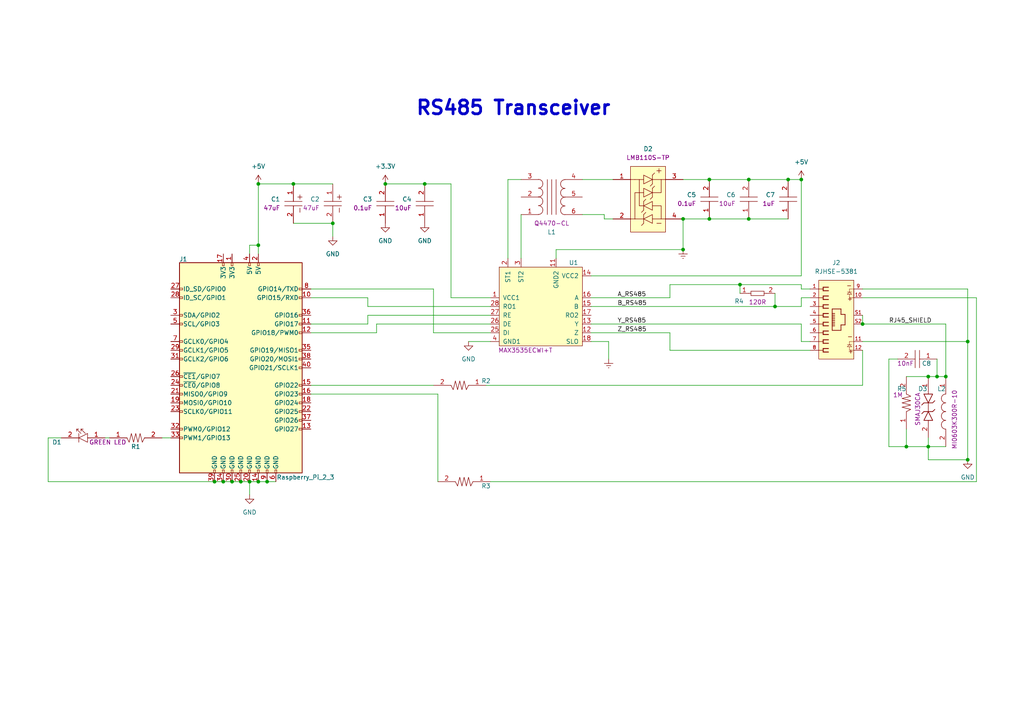
<source format=kicad_sch>
(kicad_sch (version 20231120) (generator "eeschema") (generator_version "8.0")
  (paper "A4")
  (lib_symbols
    (symbol "AVR-KiCAD-Lib-Capacitors:C0805C103KCRACAUTO" (pin_names (offset 1.016))
      (property "Reference" "C" (at -2.54 2.54 0))
      (property "_Value_" "10nF" (at 58.42 63.5 0))
      (symbol "C0805C103KCRACAUTO_1_1"
        (pin input line (at -5.08 0 0) (length 5.08) (name "~") (number "1"))
        (pin input line (at 6.35 0 180) (length 5.08) (name "~") (number "2"))
      )
    )
    (symbol "AVR-KiCAD-Lib-Capacitors:C1206C105K3RACAUTO" (pin_names (offset 1.016))
      (property "Reference" "C" (at -2.54 2.54 0))
      (property "_Value_" "1uF" (at 58.42 63.5 0))
      (symbol "C1206C105K3RACAUTO_1_1"
        (pin input line (at -5.08 0 0) (length 5.08) (name "~") (number "1"))
        (pin input line (at 6.35 0 180) (length 5.08) (name "~") (number "2"))
      )
    )
    (symbol "AVR-KiCAD-Lib-Capacitors:CGA5L3X5R1V106K160AB" (pin_names (offset 1.016))
      (property "Reference" "C" (at -2.54 2.54 0))
      (property "_Value_" "10uF" (at 58.42 63.5 0))
      (symbol "CGA5L3X5R1V106K160AB_1_1"
        (pin input line (at -5.08 0 0) (length 5.08) (name "~") (number "1"))
        (pin input line (at 6.35 0 180) (length 5.08) (name "~") (number "2"))
      )
    )
    (symbol "AVR-KiCAD-Lib-Capacitors:CL10B104JB8NNNC" (pin_names (offset 1.016))
      (property "Reference" "C" (at -2.54 2.54 0))
      (property "_Value_" "0.1uF" (at 58.42 63.5 0))
      (symbol "CL10B104JB8NNNC_1_1"
        (pin input line (at -5.08 0 0) (length 5.08) (name "~") (number "1"))
        (pin input line (at 6.35 0 180) (length 5.08) (name "~") (number "2"))
      )
    )
    (symbol "AVR-KiCAD-Lib-Capacitors:UCM1C470MCL1GS" (pin_names (offset 1.016))
      (property "Reference" "C" (at -2.54 2.54 0))
      (property "_Value_" "47uF" (at 58.42 63.5 0))
      (symbol "UCM1C470MCL1GS_1_1"
        (pin input line (at -5.08 0 0) (length 5.08) (name "~") (number "1"))
        (pin input line (at 6.35 0 180) (length 5.08) (name "~") (number "2"))
      )
    )
    (symbol "AVR-KiCAD-Lib-Connectors:RJHSE-5381" (pin_names (offset 1.016))
      (property "Reference" "J" (at -2.54 2.54 0))
      (property "Value" "RJHSE-5381" (at 1.27 5.08 0))
      (symbol "RJHSE-5381_1_1"
        (text "+" (at 0 -21.336 0) (effects (font (size 1.27 1.27)) (justify left bottom)))
        (text "+" (at 0.254 -6.096 0) (effects (font (size 1.27 1.27)) (justify left bottom)))
        (text "-" (at 0.2286 -17.0434 0) (effects (font (size 1.27 1.27)) (justify left bottom)))
        (text "-" (at 0.4826 -2.2606 0) (effects (font (size 1.27 1.27)) (justify left bottom)))
        (pin passive line (at 12.7 -2.54 180) (length 2.54) (name "~") (number "1"))
        (pin passive line (at -2.54 -5.08 0) (length 2.54) (name "~") (number "10"))
        (pin passive line (at -2.54 -17.78 0) (length 2.54) (name "~") (number "11"))
        (pin passive line (at -2.54 -20.32 0) (length 2.54) (name "~") (number "12"))
        (pin passive line (at 12.7 -5.08 180) (length 2.54) (name "~") (number "2"))
        (pin passive line (at 12.7 -7.62 180) (length 2.54) (name "~") (number "3"))
        (pin passive line (at 12.7 -10.16 180) (length 2.54) (name "~") (number "4"))
        (pin passive line (at 12.7 -12.7 180) (length 2.54) (name "~") (number "5"))
        (pin passive line (at 12.7 -15.24 180) (length 2.54) (name "~") (number "6"))
        (pin passive line (at 12.7 -17.78 180) (length 2.54) (name "~") (number "7"))
        (pin passive line (at 12.7 -20.32 180) (length 2.54) (name "~") (number "8"))
        (pin passive line (at -2.54 -2.54 0) (length 2.54) (name "~") (number "9"))
        (pin passive line (at -2.54 -10.16 0) (length 2.54) (name "~") (number "S1"))
        (pin passive line (at -2.54 -12.7 0) (length 2.54) (name "~") (number "S2"))
      )
    )
    (symbol "AVR-KiCAD-Lib-Diodes:LMB110S-TP" (pin_names (offset 1.016))
      (property "Reference" "D" (at 0 19.05 0))
      (property "_Value_" "LMB110S-TP" (at 62.23 77.47 0))
      (symbol "LMB110S-TP_1_1"
        (pin passive line (at -5.08 13.97 0) (length 5.08) (name "~") (number "1"))
        (pin passive line (at -5.08 2.54 0) (length 5.08) (name "~") (number "2"))
        (pin passive line (at 15.24 13.97 180) (length 5.08) (name "") (number "3"))
        (pin passive line (at 15.24 2.54 180) (length 5.08) (name "") (number "4"))
      )
    )
    (symbol "AVR-KiCAD-Lib-Diodes:LTST-C194KGKT" (pin_names (offset 1.016))
      (property "Reference" "D" (at -2.54 2.54 0))
      (property "_Value_" "GREEN LED" (at 58.42 63.5 0))
      (symbol "LTST-C194KGKT_1_1"
        (pin passive line (at -6.35 0 0) (length 5.08) (name "~") (number "1"))
        (pin passive line (at 6.35 0 180) (length 5.08) (name "~") (number "2"))
      )
    )
    (symbol "AVR-KiCAD-Lib-Diodes:SMAJ30CA" (pin_names (offset 1.016))
      (property "Reference" "D" (at -2.54 2.54 0))
      (property "_Value_" "SMAJ30CA" (at 58.42 63.5 0))
      (symbol "SMAJ30CA_1_1"
        (pin passive line (at -8.89 0 0) (length 5.08) (name "~") (number "1"))
        (pin passive line (at 8.89 0 180) (length 5.08) (name "~") (number "2"))
      )
    )
    (symbol "AVR-KiCAD-Lib-ICs:MAX3535ECWI+T" (pin_names (offset 1.016))
      (property "Reference" "U" (at -5.08 34.29 0))
      (property "_Value_" "MAX3535ECWI+T" (at 7.62 -1.27 0))
      (symbol "MAX3535ECWI+T_1_1"
        (pin power_in line (at -2.54 13.97 0) (length 2.54) (name "VCC1") (number "1"))
        (pin passive line (at 16.51 25.4 270) (length 2.54) (name "GND2") (number "11"))
        (pin output line (at 26.67 3.81 180) (length 2.54) (name "Z") (number "12"))
        (pin output line (at 26.67 6.35 180) (length 2.54) (name "Y") (number "13"))
        (pin power_in line (at 26.67 20.32 180) (length 2.54) (name "VCC2") (number "14"))
        (pin input line (at 26.67 11.43 180) (length 2.54) (name "B") (number "15"))
        (pin input line (at 26.67 13.97 180) (length 2.54) (name "A") (number "16"))
        (pin output line (at 26.67 8.89 180) (length 2.54) (name "RO2") (number "17"))
        (pin input line (at 26.67 1.27 180) (length 2.54) (name "SLO") (number "18"))
        (pin output line (at 2.54 25.4 270) (length 2.54) (name "ST1") (number "2"))
        (pin input line (at -2.54 3.81 0) (length 2.54) (name "DI") (number "25"))
        (pin input line (at -2.54 6.35 0) (length 2.54) (name "DE") (number "26"))
        (pin output line (at -2.54 8.89 0) (length 2.54) (name "RE") (number "27"))
        (pin output line (at -2.54 11.43 0) (length 2.54) (name "RO1") (number "28"))
        (pin output line (at 6.35 25.4 270) (length 2.54) (name "ST2") (number "3"))
        (pin passive line (at -2.54 1.27 0) (length 2.54) (name "GND1") (number "4"))
      )
    )
    (symbol "AVR-KiCAD-Lib-Inductors:MI0603K300R-10" (pin_names (offset 1.016))
      (property "Reference" "L" (at -2.54 2.54 0))
      (property "_Value_" "MI0603K300R-10" (at 58.42 63.5 0))
      (symbol "MI0603K300R-10_1_1"
        (pin input line (at -10.16 0 0) (length 5.08) (name "~") (number "1"))
        (pin input line (at 10.16 0 180) (length 5.08) (name "~") (number "2"))
      )
    )
    (symbol "AVR-KiCAD-Lib-Resistors:AC0402FR-07120RL" (pin_names (offset 1.016))
      (property "Reference" "R" (at -2.54 2.54 0))
      (property "Value" "AC0402FR-07120RL" (at 1.27 5.08 0))
      (property "_Value_" "120R" (at 58.42 63.5 0))
      (symbol "AC0402FR-07120RL_1_1"
        (pin passive line (at -5.08 0 0) (length 2.5146) (name "~") (number "1"))
        (pin passive line (at 5.08 0 180) (length 2.5146) (name "~") (number "2"))
      )
    )
    (symbol "AVR-KiCAD-Lib-Resistors:RC0603FR-07470RL" (pin_names (offset 1.016))
      (property "Reference" "R" (at -2.54 2.54 0))
      (property "Value" "RC0603FR-07470RL" (at 1.27 5.08 0))
      (symbol "RC0603FR-07470RL_1_1"
        (pin passive line (at -7.62 0 0) (length 5.08) (name "~") (number "1"))
        (pin passive line (at 7.62 0 180) (length 5.08) (name "~") (number "2"))
      )
    )
    (symbol "AVR-KiCAD-Lib-Resistors:RC1206FR-071ML" (pin_names (offset 1.016))
      (property "Reference" "R" (at -2.54 2.54 0))
      (property "Value" "RC1206FR-071ML" (at 1.27 5.08 0))
      (property "_Value_" "1M" (at 58.42 63.5 0))
      (symbol "RC1206FR-071ML_1_1"
        (pin passive line (at -7.62 0 0) (length 5.08) (name "~") (number "1"))
        (pin passive line (at 7.62 0 180) (length 5.08) (name "~") (number "2"))
      )
    )
    (symbol "AVR-KiCAD-Lib-Transformers:Q4470-CL" (pin_names (offset 1.016))
      (property "Reference" "L" (at -7.62 8.89 0))
      (property "_Value_" "Q4470-CL" (at 58.42 63.5 0))
      (symbol "Q4470-CL_1_1"
        (pin bidirectional line (at -8.89 5.08 0) (length 5.08) (name "~") (number "1"))
        (pin bidirectional line (at -8.89 0 0) (length 5.08) (name "~") (number "2"))
        (pin bidirectional line (at -8.89 -5.08 0) (length 5.08) (name "") (number "3"))
        (pin bidirectional line (at 8.89 -5.08 180) (length 5.08) (name "") (number "4"))
        (pin bidirectional line (at 8.89 0 180) (length 5.08) (name "") (number "5"))
        (pin bidirectional line (at 8.89 5.08 180) (length 5.08) (name "") (number "6"))
      )
    )
    (symbol "Connector:Raspberry_Pi_2_3" (pin_names (offset 1.016))
      (property "Reference" "J" (at -17.78 31.75 0))
      (property "Value" "Raspberry_Pi_2_3" (at 10.16 -31.75 0))
      (symbol "Raspberry_Pi_2_3_1_1"
        (pin power_in line (at 2.54 33.02 270) (length 2.54) (name "3V3") (number "1"))
        (pin bidirectional line (at -20.32 20.32 0) (length 2.54) (name "GPIO15/RXD") (number "10"))
        (pin bidirectional line (at -20.32 12.7 0) (length 2.54) (name "GPIO17") (number "11"))
        (pin bidirectional line (at -20.32 10.16 0) (length 2.54) (name "GPIO18/PWM0") (number "12"))
        (pin bidirectional line (at -20.32 -17.78 0) (length 2.54) (name "GPIO27") (number "13"))
        (pin power_in line (at -5.08 -33.02 90) (length 2.54) (name "GND") (number "14"))
        (pin bidirectional line (at -20.32 -5.08 0) (length 2.54) (name "GPIO22") (number "15"))
        (pin bidirectional line (at -20.32 -7.62 0) (length 2.54) (name "GPIO23") (number "16"))
        (pin power_in line (at 5.08 33.02 270) (length 2.54) (name "3V3") (number "17"))
        (pin bidirectional line (at -20.32 -10.16 0) (length 2.54) (name "GPIO24") (number "18"))
        (pin bidirectional line (at 20.32 -10.16 180) (length 2.54) (name "MOSI0/GPIO10") (number "19"))
        (pin power_in line (at -5.08 33.02 270) (length 2.54) (name "5V") (number "2"))
        (pin power_in line (at -2.54 -33.02 90) (length 2.54) (name "GND") (number "20"))
        (pin bidirectional line (at 20.32 -7.62 180) (length 2.54) (name "MISO0/GPIO9") (number "21"))
        (pin bidirectional line (at -20.32 -12.7 0) (length 2.54) (name "GPIO25") (number "22"))
        (pin bidirectional line (at 20.32 -12.7 180) (length 2.54) (name "SCLK0/GPIO11") (number "23"))
        (pin bidirectional line (at 20.32 -5.08 180) (length 2.54) (name "~{CE0}/GPIO8") (number "24"))
        (pin power_in line (at 0 -33.02 90) (length 2.54) (name "GND") (number "25"))
        (pin bidirectional line (at 20.32 -2.54 180) (length 2.54) (name "~{CE1}/GPIO7") (number "26"))
        (pin bidirectional line (at 20.32 22.86 180) (length 2.54) (name "ID_SD/GPIO0") (number "27"))
        (pin bidirectional line (at 20.32 20.32 180) (length 2.54) (name "ID_SC/GPIO1") (number "28"))
        (pin bidirectional line (at 20.32 5.08 180) (length 2.54) (name "GCLK1/GPIO5") (number "29"))
        (pin bidirectional line (at 20.32 15.24 180) (length 2.54) (name "SDA/GPIO2") (number "3"))
        (pin power_in line (at 2.54 -33.02 90) (length 2.54) (name "GND") (number "30"))
        (pin bidirectional line (at 20.32 2.54 180) (length 2.54) (name "GCLK2/GPIO6") (number "31"))
        (pin bidirectional line (at 20.32 -17.78 180) (length 2.54) (name "PWM0/GPIO12") (number "32"))
        (pin bidirectional line (at 20.32 -20.32 180) (length 2.54) (name "PWM1/GPIO13") (number "33"))
        (pin power_in line (at 5.08 -33.02 90) (length 2.54) (name "GND") (number "34"))
        (pin bidirectional line (at -20.32 5.08 0) (length 2.54) (name "GPIO19/MISO1") (number "35"))
        (pin bidirectional line (at -20.32 15.24 0) (length 2.54) (name "GPIO16") (number "36"))
        (pin bidirectional line (at -20.32 -15.24 0) (length 2.54) (name "GPIO26") (number "37"))
        (pin bidirectional line (at -20.32 2.54 0) (length 2.54) (name "GPIO20/MOSI1") (number "38"))
        (pin power_in line (at 7.62 -33.02 90) (length 2.54) (name "GND") (number "39"))
        (pin power_in line (at -2.54 33.02 270) (length 2.54) (name "5V") (number "4"))
        (pin bidirectional line (at -20.32 0 0) (length 2.54) (name "GPIO21/SCLK1") (number "40"))
        (pin bidirectional line (at 20.32 12.7 180) (length 2.54) (name "SCL/GPIO3") (number "5"))
        (pin power_in line (at -10.16 -33.02 90) (length 2.54) (name "GND") (number "6"))
        (pin bidirectional line (at 20.32 7.62 180) (length 2.54) (name "GCLK0/GPIO4") (number "7"))
        (pin bidirectional line (at -20.32 22.86 0) (length 2.54) (name "GPIO14/TXD") (number "8"))
        (pin power_in line (at -7.62 -33.02 90) (length 2.54) (name "GND") (number "9"))
      )
    )
    (symbol "power:+3.3V" (power) (pin_names (offset 0))
      (property "Value" "+3.3V" (at 0 3.556 0))
      (symbol "+3.3V_1_1"
        (pin power_in line (at 0 0 90) (length 0) hide (name "+3.3V") (number "1"))
      )
    )
    (symbol "power:+5V" (power) (pin_names (offset 0))
      (property "Value" "+5V" (at 0 3.556 0))
      (symbol "+5V_1_1"
        (pin power_in line (at 0 0 90) (length 0) hide (name "+5V") (number "1"))
      )
    )
    (symbol "power:Earth" (power) (pin_names (offset 0))
      (symbol "Earth_1_1"
        (pin power_in line (at 0 0 270) (length 0) hide (name "Earth") (number "1"))
      )
    )
    (symbol "power:GND" (power) (pin_names (offset 0))
      (property "Value" "GND" (at 0 -3.81 0))
      (symbol "GND_1_1"
        (pin power_in line (at 0 0 270) (length 0) hide (name "GND") (number "1"))
      )
    )
  )
  (junction (at 271.78 109.22))
  (junction (at 205.74 63.5))
  (junction (at 111.76 53.34))
  (junction (at 250.19 93.98))
  (junction (at 269.24 129.54))
  (junction (at 69.85 139.7))
  (junction (at 205.74 52.07))
  (junction (at 280.67 99.06))
  (junction (at 274.32 109.22))
  (junction (at 96.52 64.77))
  (junction (at 217.17 52.07))
  (junction (at 77.47 139.7))
  (junction (at 62.23 139.7))
  (junction (at 214.63 82.55))
  (junction (at 262.89 129.54))
  (junction (at 74.93 53.34))
  (junction (at 217.17 63.5))
  (junction (at 228.6 52.07))
  (junction (at 280.67 133.35))
  (junction (at 232.41 52.07))
  (junction (at 198.12 72.39))
  (junction (at 224.79 88.9))
  (junction (at 198.12 63.5))
  (junction (at 74.93 139.7))
  (junction (at 123.19 53.34))
  (junction (at 85.09 53.34))
  (junction (at 269.24 109.22))
  (junction (at 72.39 139.7))
  (junction (at 67.31 139.7))
  (junction (at 64.77 139.7))
  (junction (at 74.93 71.12))
  (wire (pts (xy 280.67 99.06) (xy 250.19 99.06)))
  (wire (pts (xy 250.19 83.82) (xy 280.67 83.82)))
  (wire (pts (xy 147.32 52.07) (xy 147.32 74.93)))
  (wire (pts (xy 250.19 86.36) (xy 283.21 86.36)))
  (wire (pts (xy 262.89 124.46) (xy 262.89 129.54)))
  (wire (pts (xy 269.24 129.54) (xy 262.89 129.54)))
  (wire (pts (xy 269.24 127) (xy 269.24 129.54)))
  (wire (pts (xy 130.81 86.36) (xy 142.24 86.36)))
  (wire (pts (xy 217.17 52.07) (xy 228.6 52.07)))
  (wire (pts (xy 72.39 73.66) (xy 72.39 71.12)))
  (wire (pts (xy 176.53 99.06) (xy 176.53 104.14)))
  (wire (pts (xy 232.41 83.82) (xy 234.95 83.82)))
  (wire (pts (xy 17.78 127) (xy 13.97 127)))
  (wire (pts (xy 72.39 139.7) (xy 69.85 139.7)))
  (wire (pts (xy 125.73 96.52) (xy 142.24 96.52)))
  (wire (pts (xy 127 114.3) (xy 127 139.7)))
  (wire (pts (xy 257.81 104.14) (xy 257.81 129.54)))
  (wire (pts (xy 106.68 86.36) (xy 90.17 86.36)))
  (wire (pts (xy 250.19 91.44) (xy 250.19 93.98)))
  (wire (pts (xy 217.17 63.5) (xy 228.6 63.5)))
  (wire (pts (xy 142.24 139.7) (xy 283.21 139.7)))
  (wire (pts (xy 232.41 86.36) (xy 234.95 86.36)))
  (wire (pts (xy 130.81 86.36) (xy 130.81 53.34)))
  (wire (pts (xy 85.09 53.34) (xy 74.93 53.34)))
  (wire (pts (xy 269.24 129.54) (xy 269.24 133.35)))
  (wire (pts (xy 171.45 88.9) (xy 224.79 88.9)))
  (wire (pts (xy 74.93 53.34) (xy 74.93 71.12)))
  (wire (pts (xy 214.63 82.55) (xy 214.63 85.09)))
  (wire (pts (xy 214.63 82.55) (xy 232.41 82.55)))
  (wire (pts (xy 205.74 52.07) (xy 217.17 52.07)))
  (wire (pts (xy 13.97 127) (xy 13.97 139.7)))
  (wire (pts (xy 232.41 82.55) (xy 232.41 83.82)))
  (wire (pts (xy 74.93 139.7) (xy 72.39 139.7)))
  (wire (pts (xy 198.12 63.5) (xy 205.74 63.5)))
  (wire (pts (xy 123.19 53.34) (xy 130.81 53.34)))
  (wire (pts (xy 151.13 74.93) (xy 151.13 62.23)))
  (wire (pts (xy 274.32 109.22) (xy 274.32 93.98)))
  (wire (pts (xy 49.53 127) (xy 46.99 127)))
  (wire (pts (xy 228.6 52.07) (xy 232.41 52.07)))
  (wire (pts (xy 96.52 64.77) (xy 85.09 64.77)))
  (wire (pts (xy 194.31 96.52) (xy 194.31 101.6)))
  (wire (pts (xy 205.74 63.5) (xy 217.17 63.5)))
  (wire (pts (xy 90.17 96.52) (xy 109.22 96.52)))
  (wire (pts (xy 90.17 114.3) (xy 127 114.3)))
  (wire (pts (xy 13.97 139.7) (xy 62.23 139.7)))
  (wire (pts (xy 109.22 96.52) (xy 109.22 93.98)))
  (wire (pts (xy 269.24 109.22) (xy 262.89 109.22)))
  (wire (pts (xy 224.79 85.09) (xy 224.79 88.9)))
  (wire (pts (xy 194.31 101.6) (xy 234.95 101.6)))
  (wire (pts (xy 232.41 99.06) (xy 234.95 99.06)))
  (wire (pts (xy 64.77 139.7) (xy 62.23 139.7)))
  (wire (pts (xy 274.32 93.98) (xy 250.19 93.98)))
  (wire (pts (xy 205.74 52.07) (xy 198.12 52.07)))
  (wire (pts (xy 280.67 99.06) (xy 280.67 133.35)))
  (wire (pts (xy 274.32 109.22) (xy 271.78 109.22)))
  (wire (pts (xy 106.68 91.44) (xy 106.68 93.98)))
  (wire (pts (xy 260.35 104.14) (xy 257.81 104.14)))
  (wire (pts (xy 125.73 83.82) (xy 125.73 96.52)))
  (wire (pts (xy 262.89 129.54) (xy 257.81 129.54)))
  (wire (pts (xy 250.19 101.6) (xy 250.19 111.76)))
  (wire (pts (xy 171.45 80.01) (xy 232.41 80.01)))
  (wire (pts (xy 269.24 129.54) (xy 274.32 129.54)))
  (wire (pts (xy 135.89 99.06) (xy 142.24 99.06)))
  (wire (pts (xy 72.39 139.7) (xy 72.39 143.51)))
  (wire (pts (xy 142.24 91.44) (xy 106.68 91.44)))
  (wire (pts (xy 125.73 111.76) (xy 90.17 111.76)))
  (wire (pts (xy 106.68 93.98) (xy 90.17 93.98)))
  (wire (pts (xy 175.26 63.5) (xy 177.8 63.5)))
  (wire (pts (xy 67.31 139.7) (xy 64.77 139.7)))
  (wire (pts (xy 140.97 111.76) (xy 250.19 111.76)))
  (wire (pts (xy 198.12 63.5) (xy 198.12 72.39)))
  (wire (pts (xy 171.45 86.36) (xy 194.31 86.36)))
  (wire (pts (xy 106.68 88.9) (xy 106.68 86.36)))
  (wire (pts (xy 283.21 86.36) (xy 283.21 139.7)))
  (wire (pts (xy 280.67 83.82) (xy 280.67 99.06)))
  (wire (pts (xy 168.91 52.07) (xy 177.8 52.07)))
  (wire (pts (xy 111.76 53.34) (xy 123.19 53.34)))
  (wire (pts (xy 171.45 93.98) (xy 232.41 93.98)))
  (wire (pts (xy 198.12 72.39) (xy 161.29 72.39)))
  (wire (pts (xy 31.75 127) (xy 30.48 127)))
  (wire (pts (xy 96.52 53.34) (xy 85.09 53.34)))
  (wire (pts (xy 232.41 93.98) (xy 232.41 99.06)))
  (wire (pts (xy 269.24 133.35) (xy 280.67 133.35)))
  (wire (pts (xy 194.31 86.36) (xy 194.31 82.55)))
  (wire (pts (xy 232.41 80.01) (xy 232.41 52.07)))
  (wire (pts (xy 77.47 139.7) (xy 74.93 139.7)))
  (wire (pts (xy 142.24 88.9) (xy 106.68 88.9)))
  (wire (pts (xy 232.41 88.9) (xy 232.41 86.36)))
  (wire (pts (xy 224.79 88.9) (xy 232.41 88.9)))
  (wire (pts (xy 171.45 96.52) (xy 194.31 96.52)))
  (wire (pts (xy 194.31 82.55) (xy 214.63 82.55)))
  (wire (pts (xy 175.26 62.23) (xy 175.26 63.5)))
  (wire (pts (xy 271.78 109.22) (xy 269.24 109.22)))
  (wire (pts (xy 74.93 71.12) (xy 72.39 71.12)))
  (wire (pts (xy 80.01 139.7) (xy 77.47 139.7)))
  (wire (pts (xy 168.91 62.23) (xy 175.26 62.23)))
  (wire (pts (xy 171.45 99.06) (xy 176.53 99.06)))
  (wire (pts (xy 271.78 104.14) (xy 271.78 109.22)))
  (wire (pts (xy 74.93 71.12) (xy 74.93 73.66)))
  (wire (pts (xy 109.22 93.98) (xy 142.24 93.98)))
  (wire (pts (xy 161.29 72.39) (xy 161.29 74.93)))
  (wire (pts (xy 96.52 64.77) (xy 96.52 68.58)))
  (wire (pts (xy 69.85 139.7) (xy 67.31 139.7)))
  (wire (pts (xy 151.13 52.07) (xy 147.32 52.07)))
  (wire (pts (xy 90.17 83.82) (xy 125.73 83.82)))
  (text "RS485 Transceiver" (at 120.396 33.782 0) (effects (font (size 4 4) (thickness 0.8) (bold yes)) (justify left bottom)))
  (label "Z_RS485" (at 179.07 96.52 0))
  (label "Y_RS485" (at 179.07 93.98 0))
  (label "A_RS485" (at 179.07 86.36 0))
  (label "B_RS485" (at 179.07 88.9 0))
  (label "RJ45_SHIELD" (at 257.81 93.98 0))
  (symbol (lib_id "AVR-KiCAD-Lib-Capacitors:CL10B104JB8NNNC") (at 205.74 58.42 90) (unit 1)
    (property "Reference" "C5" (at 201.93 56.515 90) (effects (justify left)))
    (property "Value" "CL10B104JB8NNNC" (effects (hide yes)))
    (property "Footprint" "AVR-KiCAD-Lib-Capacitors:C0603" (effects (hide yes)))
    (property "Datasheet" "https://mm.digikey.com/Volume0/opasdata/d220001/medias/docus/609/CL10B104JB8NNNC_Spec.pdf" (effects (hide yes)))
    (property "Description" "0.1 µF ±5% 50V Ceramic Capacitor X7R 0603 (1608 Metric)" (effects (hide yes)))
    (property "Cost QTY: 1" "0.10000" (effects (hide yes)))
    (property "Cost QTY: 1000" "0.00975" (effects (hide yes)))
    (property "Cost QTY: 2500" "*" (effects (hide yes)))
    (property "Cost QTY: 5000" "*" (effects (hide yes)))
    (property "Cost QTY: 10000" "*" (effects (hide yes)))
    (property "MFR" "Samsung Electro-Mechanics" (effects (hide yes)))
    (property "MFR#" "CL10B104JB8NNNC" (effects (hide yes)))
    (property "Vendor" "Digikey" (effects (hide yes)))
    (property "Vendor #" "1276-1033-2-ND" (effects (hide yes)))
    (property "Designer" "Adam Vadala-Roth" (effects (hide yes)))
    (property "Height" "0.90" (effects (hide yes)))
    (property "Date Created" "10/3/2023" (effects (hide yes)))
    (property "Date Modified" "10/3/2023" (effects (hide yes)))
    (property "Lead-Free ?" "Yes" (effects (hide yes)))
    (property "RoHS Levels" "1" (effects (hide yes)))
    (property "Mounting" "SMT" (effects (hide yes)))
    (property "Pin Count #" "2" (effects (hide yes)))
    (property "Status" "Active" (effects (hide yes)))
    (property "Tolerance" "5%" (effects (hide yes)))
    (property "Type" "Capacitor" (effects (hide yes)))
    (property "Voltage" "50V" (effects (hide yes)))
    (property "Package" "0603" (effects (hide yes)))
    (property "_Value_" "0.1uF" (at 201.93 59.055 90) (effects (justify left)))
    (property "Management_ID" "*" (effects (hide yes)))
  )
  (symbol (lib_id "AVR-KiCAD-Lib-Capacitors:C0805C103KCRACAUTO") (at 266.7 104.14 0) (mirror y) (unit 1)
    (property "Reference" "C8" (at 268.732 105.41 0))
    (property "Value" "C0805C103KCRACAUTO" (effects (hide yes)))
    (property "Footprint" "AVR-KiCAD-Lib-Capacitors:C0805" (effects (hide yes)))
    (property "Datasheet" "https://content.kemet.com/datasheets/KEM_C1076_X7R_HV_AUTO_SMD.pdf" (effects (hide yes)))
    (property "Description" "CAP CER 0805 10NF 500V X7R 10%" (effects (hide yes)))
    (property "Cost QTY: 1" "0.35000" (effects (hide yes)))
    (property "Cost QTY: 1000" "0.08498" (effects (hide yes)))
    (property "Cost QTY: 2500" "*" (effects (hide yes)))
    (property "Cost QTY: 5000" "*" (effects (hide yes)))
    (property "Cost QTY: 10000" "*" (effects (hide yes)))
    (property "MFR" "Kemet" (effects (hide yes)))
    (property "MFR#" "C0805C103KCRACAUTO" (effects (hide yes)))
    (property "Vendor" "Digikey" (effects (hide yes)))
    (property "Vendor #" "399-16644-1-ND" (effects (hide yes)))
    (property "Designer" "AVR" (effects (hide yes)))
    (property "Height" "1.4mm" (effects (hide yes)))
    (property "Date Created" "4/29/2019" (effects (hide yes)))
    (property "Date Modified" "4/29/2019" (effects (hide yes)))
    (property "Lead-Free ?" "Yes" (effects (hide yes)))
    (property "RoHS Levels" "1" (effects (hide yes)))
    (property "Mounting" "SMT" (effects (hide yes)))
    (property "Pin Count #" "2" (effects (hide yes)))
    (property "Status" "Active" (effects (hide yes)))
    (property "Tolerance" "10%" (effects (hide yes)))
    (property "Type" "SMT Ceramic Cap" (effects (hide yes)))
    (property "Voltage" "500V" (effects (hide yes)))
    (property "Package" "0805" (effects (hide yes)))
    (property "_Value_" "10nF" (at 262.636 105.41 0))
    (property "Management_ID" "*" (effects (hide yes)))
  )
  (symbol (lib_id "AVR-KiCAD-Lib-Transformers:Q4470-CL") (at 160.02 57.15 0) (mirror x) (unit 1)
    (property "Reference" "L1" (at 160.02 67.31 0))
    (property "Value" "Q4470-CL" (effects (hide yes)))
    (property "Footprint" "AVR-KiCAD-Lib-Transformers:SO6_Q4470-CL_C-SIZE_COC" (effects (hide yes)))
    (property "Datasheet" "https://www.coilcraft.com/getmedia/97b6ad34-63ed-485c-a3ac-2a258e22c8ff/mintrans.pdf" (effects (hide yes)))
    (property "Description" "miniature transformers were developed for use with" (effects (hide yes)))
    (property "Cost QTY: 1" "$2.12 " (effects (hide yes)))
    (property "Cost QTY: 1000" "$1.38 " (effects (hide yes)))
    (property "Cost QTY: 2500" "*" (effects (hide yes)))
    (property "Cost QTY: 5000" "$1.09 " (effects (hide yes)))
    (property "Cost QTY: 10000" "*" (effects (hide yes)))
    (property "MFR" "Coilcraft" (effects (hide yes)))
    (property "MFR#" "Q4470-CL" (effects (hide yes)))
    (property "Vendor" "Coilcraft" (effects (hide yes)))
    (property "Vendor #" "Q4470-CL" (effects (hide yes)))
    (property "Designer" "Adam Vadala-Roth" (effects (hide yes)))
    (property "Height" "5.46mm" (effects (hide yes)))
    (property "Date Created" "11/11/2023" (effects (hide yes)))
    (property "Date Modified" "11/11/2023" (effects (hide yes)))
    (property "Lead-Free ?" "Yes" (effects (hide yes)))
    (property "RoHS Levels" "1" (effects (hide yes)))
    (property "Mounting" "SMT" (effects (hide yes)))
    (property "Pin Count #" "6" (effects (hide yes)))
    (property "Status" "Active" (effects (hide yes)))
    (property "Tolerance" "*" (effects (hide yes)))
    (property "Type" "Transformer" (effects (hide yes)))
    (property "Voltage" "5V" (effects (hide yes)))
    (property "Package" "Proprietary" (effects (hide yes)))
    (property "_Value_" "Q4470-CL" (at 160.02 64.77 0))
    (property "Management_ID" "Maxim RS-232/RS-485 interface ICs" (effects (hide yes)))
  )
  (symbol (lib_id "AVR-KiCAD-Lib-Resistors:RC0603FR-07470RL") (at 39.37 127 0) (mirror x) (unit 1)
    (property "Reference" "R1" (at 39.37 129.54 0))
    (property "Value" "RC0603FR-07470RL" (effects (hide yes)))
    (property "Footprint" "AVR-KiCAD-Lib-Resistors:R0603" (effects (hide yes)))
    (property "Description" "RES SMD 470 OHM 1% 1/10W 0603" (effects (hide yes)))
    (property "Cost QTY: 1" "0.100" (effects (hide yes)))
    (property "Cost QTY: 1000" "0.00476" (effects (hide yes)))
    (property "Cost QTY: 2500" "0.00418" (effects (hide yes)))
    (property "Cost QTY: 5000" "*" (effects (hide yes)))
    (property "Cost QTY: 10000" "*" (effects (hide yes)))
    (property "MFR" "Yageo" (effects (hide yes)))
    (property "MFR#" "RC0603FR-07470RL" (effects (hide yes)))
    (property "Vendor" "Digikey" (effects (hide yes)))
    (property "Vendor #" "311-470HRCT-ND" (effects (hide yes)))
    (property "Designer" "AVR" (effects (hide yes)))
    (property "Height" "0.55mm" (effects (hide yes)))
    (property "Date Created" "4/23/2019" (effects (hide yes)))
    (property "Date Modified" "4/23/2019" (effects (hide yes)))
    (property "Lead-Free ?" "Yes" (effects (hide yes)))
    (property "RoHS Levels" "1" (effects (hide yes)))
    (property "Mounting" "SMT" (effects (hide yes)))
    (property "Pin Count #" "2" (effects (hide yes)))
    (property "Status" "Active" (effects (hide yes)))
    (property "Tolerance" "1%" (effects (hide yes)))
    (property "Type" "SMT Chip Resistor" (effects (hide yes)))
    (property "Voltage" "*" (effects (hide yes)))
    (property "Package" "0603" (effects (hide yes)))
    (property "_Value_" "470r" (effects (hide yes)))
    (property "Management_ID" "*" (effects (hide yes)))
  )
  (symbol (lib_id "AVR-KiCAD-Lib-Capacitors:CL10B104JB8NNNC") (at 111.76 59.69 90) (unit 1)
    (property "Reference" "C3" (at 107.95 57.785 90) (effects (justify left)))
    (property "Value" "CL10B104JB8NNNC" (effects (hide yes)))
    (property "Footprint" "AVR-KiCAD-Lib-Capacitors:C0603" (effects (hide yes)))
    (property "Datasheet" "https://mm.digikey.com/Volume0/opasdata/d220001/medias/docus/609/CL10B104JB8NNNC_Spec.pdf" (effects (hide yes)))
    (property "Description" "0.1 µF ±5% 50V Ceramic Capacitor X7R 0603 (1608 Metric)" (effects (hide yes)))
    (property "Cost QTY: 1" "0.10000" (effects (hide yes)))
    (property "Cost QTY: 1000" "0.00975" (effects (hide yes)))
    (property "Cost QTY: 2500" "*" (effects (hide yes)))
    (property "Cost QTY: 5000" "*" (effects (hide yes)))
    (property "Cost QTY: 10000" "*" (effects (hide yes)))
    (property "MFR" "Samsung Electro-Mechanics" (effects (hide yes)))
    (property "MFR#" "CL10B104JB8NNNC" (effects (hide yes)))
    (property "Vendor" "Digikey" (effects (hide yes)))
    (property "Vendor #" "1276-1033-2-ND" (effects (hide yes)))
    (property "Designer" "Adam Vadala-Roth" (effects (hide yes)))
    (property "Height" "0.90" (effects (hide yes)))
    (property "Date Created" "10/3/2023" (effects (hide yes)))
    (property "Date Modified" "10/3/2023" (effects (hide yes)))
    (property "Lead-Free ?" "Yes" (effects (hide yes)))
    (property "RoHS Levels" "1" (effects (hide yes)))
    (property "Mounting" "SMT" (effects (hide yes)))
    (property "Pin Count #" "2" (effects (hide yes)))
    (property "Status" "Active" (effects (hide yes)))
    (property "Tolerance" "5%" (effects (hide yes)))
    (property "Type" "Capacitor" (effects (hide yes)))
    (property "Voltage" "50V" (effects (hide yes)))
    (property "Package" "0603" (effects (hide yes)))
    (property "_Value_" "0.1uF" (at 107.95 60.325 90) (effects (justify left)))
    (property "Management_ID" "*" (effects (hide yes)))
  )
  (symbol (lib_id "Connector:Raspberry_Pi_2_3") (at 69.85 106.68 0) (mirror y) (unit 1)
    (property "Reference" "J1" (at 54.356 75.184 0) (effects (justify left)))
    (property "Value" "Raspberry_Pi_2_3" (at 97.028 138.43 0) (effects (justify left)))
    (property "Footprint" "AVR-KiCAD-Lib-Connectors:SULLINS_PPPC202LFBN-RC_RPi5" (effects (hide yes)))
    (property "Datasheet" "https://www.raspberrypi.org/documentation/hardware/raspberrypi/schematics/rpi_SCH_3bplus_1p0_reduced.pdf" (effects (hide yes)))
  )
  (symbol (lib_id "power:GND") (at 72.39 143.51 0) (mirror y) (unit 1)
    (property "Reference" "#PWR01" (effects (hide yes)))
    (property "Value" "GND" (at 72.39 148.59 0))
  )
  (symbol (lib_id "AVR-KiCAD-Lib-Resistors:RC0603FR-07470RL") (at 134.62 139.7 180) (unit 1)
    (property "Reference" "R3" (at 140.97 140.97 0))
    (property "Value" "RC0603FR-07470RL" (effects (hide yes)))
    (property "Footprint" "AVR-KiCAD-Lib-Resistors:R0603" (effects (hide yes)))
    (property "Description" "RES SMD 470 OHM 1% 1/10W 0603" (effects (hide yes)))
    (property "Cost QTY: 1" "0.100" (effects (hide yes)))
    (property "Cost QTY: 1000" "0.00476" (effects (hide yes)))
    (property "Cost QTY: 2500" "0.00418" (effects (hide yes)))
    (property "Cost QTY: 5000" "*" (effects (hide yes)))
    (property "Cost QTY: 10000" "*" (effects (hide yes)))
    (property "MFR" "Yageo" (effects (hide yes)))
    (property "MFR#" "RC0603FR-07470RL" (effects (hide yes)))
    (property "Vendor" "Digikey" (effects (hide yes)))
    (property "Vendor #" "311-470HRCT-ND" (effects (hide yes)))
    (property "Designer" "AVR" (effects (hide yes)))
    (property "Height" "0.55mm" (effects (hide yes)))
    (property "Date Created" "4/23/2019" (effects (hide yes)))
    (property "Date Modified" "4/23/2019" (effects (hide yes)))
    (property "Lead-Free ?" "Yes" (effects (hide yes)))
    (property "RoHS Levels" "1" (effects (hide yes)))
    (property "Mounting" "SMT" (effects (hide yes)))
    (property "Pin Count #" "2" (effects (hide yes)))
    (property "Status" "Active" (effects (hide yes)))
    (property "Tolerance" "1%" (effects (hide yes)))
    (property "Type" "SMT Chip Resistor" (effects (hide yes)))
    (property "Voltage" "*" (effects (hide yes)))
    (property "Package" "0603" (effects (hide yes)))
    (property "_Value_" "470r" (effects (hide yes)))
    (property "Management_ID" "*" (effects (hide yes)))
  )
  (symbol (lib_id "power:GND") (at 111.76 64.77 0) (unit 1)
    (property "Reference" "#PWR05" (effects (hide yes)))
    (property "Value" "GND" (at 111.76 69.85 0))
  )
  (symbol (lib_id "power:GND") (at 123.19 64.77 0) (unit 1)
    (property "Reference" "#PWR06" (effects (hide yes)))
    (property "Value" "GND" (at 123.19 69.85 0))
  )
  (symbol (lib_id "power:Earth") (at 176.53 104.14 0) (unit 1)
    (property "Reference" "#PWR08" (effects (hide yes)))
    (property "Value" "Earth" (effects (hide yes)))
  )
  (symbol (lib_id "AVR-KiCAD-Lib-Capacitors:C1206C105K3RACAUTO") (at 228.6 58.42 90) (unit 1)
    (property "Reference" "C7" (at 224.79 56.515 90) (effects (justify left)))
    (property "Value" "C1206C105K3RACAUTO" (effects (hide yes)))
    (property "Footprint" "AVR-KiCAD-Lib-Diodes:D_SOD-123" (effects (hide yes)))
    (property "Datasheet" "https://content.kemet.com/datasheets/KEM_C1023_X7R_AUTO_SMD.pdf" (effects (hide yes)))
    (property "Description" "1µF ±10% 25V Ceramic Capacitor X7R 1206 (3216 Metric)" (effects (hide yes)))
    (property "Cost QTY: 1" "0.25000" (effects (hide yes)))
    (property "Cost QTY: 1000" "0.06064" (effects (hide yes)))
    (property "Cost QTY: 2500" "*" (effects (hide yes)))
    (property "Cost QTY: 5000" "*" (effects (hide yes)))
    (property "Cost QTY: 10000" "0.04594" (effects (hide yes)))
    (property "MFR" "KEMET" (effects (hide yes)))
    (property "MFR#" "C1206C105K3RACAUTO" (effects (hide yes)))
    (property "Vendor" "Digikey" (effects (hide yes)))
    (property "Vendor #" "399-7010-1-ND" (effects (hide yes)))
    (property "Designer" "AVR" (effects (hide yes)))
    (property "Height" "1.40mm" (effects (hide yes)))
    (property "Date Created" "7/31/2020" (effects (hide yes)))
    (property "Date Modified" "7/31/2020" (effects (hide yes)))
    (property "Lead-Free ?" "YES" (effects (hide yes)))
    (property "RoHS Levels" "1" (effects (hide yes)))
    (property "Mounting" "SMT" (effects (hide yes)))
    (property "Pin Count #" "2" (effects (hide yes)))
    (property "Status" "Active" (effects (hide yes)))
    (property "Tolerance" "10%" (effects (hide yes)))
    (property "Type" "Capacitor" (effects (hide yes)))
    (property "Voltage" "25V" (effects (hide yes)))
    (property "Package" "1206" (effects (hide yes)))
    (property "_Value_" "1uF" (at 224.79 59.055 90) (effects (justify left)))
    (property "Management_ID" "*" (effects (hide yes)))
  )
  (symbol (lib_id "power:GND") (at 96.52 68.58 0) (mirror y) (unit 1)
    (property "Reference" "#PWR03" (effects (hide yes)))
    (property "Value" "GND" (at 96.52 73.66 0))
  )
  (symbol (lib_id "AVR-KiCAD-Lib-Capacitors:UCM1C470MCL1GS") (at 85.09 58.42 90) (mirror x) (unit 1)
    (property "Reference" "C1" (at 81.28 57.785 90) (effects (justify left)))
    (property "Value" "UCM1C470MCL1GS" (effects (hide yes)))
    (property "Footprint" "AVR-KiCAD-Lib-Capacitors:UCM1C470MCL1GS" (effects (hide yes)))
    (property "Datasheet" "http://nichicon-us.com/english/products/pdfs/e-ucm.pdf" (effects (hide yes)))
    (property "Description" "47µF 16V Aluminum Electrolytic Capacitors Radial, Can - SMD  2000 Hrs @ 105°C" (effects (hide yes)))
    (property "Cost QTY: 1" "0.60000" (effects (hide yes)))
    (property "Cost QTY: 1000" "0.17512" (effects (hide yes)))
    (property "Cost QTY: 2500" "*" (effects (hide yes)))
    (property "Cost QTY: 5000" "*" (effects (hide yes)))
    (property "Cost QTY: 10000" "0.12589" (effects (hide yes)))
    (property "MFR" "Nichicon" (effects (hide yes)))
    (property "MFR#" "UCM1C470MCL1GS" (effects (hide yes)))
    (property "Vendor" "Digikey" (effects (hide yes)))
    (property "Vendor #" "493-14529-2-ND" (effects (hide yes)))
    (property "Designer" "AVR" (effects (hide yes)))
    (property "Height" "6.10mm" (effects (hide yes)))
    (property "Date Created" "6/21/2020" (effects (hide yes)))
    (property "Date Modified" "6/21/2020" (effects (hide yes)))
    (property "Lead-Free ?" "Yes" (effects (hide yes)))
    (property "RoHS Levels" "1" (effects (hide yes)))
    (property "Mounting" "SMT" (effects (hide yes)))
    (property "Pin Count #" "2" (effects (hide yes)))
    (property "Status" "Active" (effects (hide yes)))
    (property "Tolerance" "20%" (effects (hide yes)))
    (property "Type" "Capacitor" (effects (hide yes)))
    (property "Voltage" "16V" (effects (hide yes)))
    (property "Package" "Radial Can SMD" (effects (hide yes)))
    (property "_Value_" "47uF" (at 81.28 60.325 90) (effects (justify left)))
    (property "Management_ID" "*" (effects (hide yes)))
  )
  (symbol (lib_id "AVR-KiCAD-Lib-ICs:MAX3535ECWI+T") (at 144.78 100.33 0) (unit 1)
    (property "Reference" "U1" (at 166.37 76.2 0))
    (property "Value" "MAX3535ECWI+T" (effects (hide yes)))
    (property "Footprint" "AVR-KiCAD-Lib-ICs:21-0145_W28M&plus_9_MXM" (effects (hide yes)))
    (property "Datasheet" "https://www.analog.com/media/en/technical-documentation/data-sheets/max3535e-mxl1535e.pdf" (effects (hide yes)))
    (property "Description" "1/1 Transceiver Full RS422, RS485 28-SOIC" (effects (hide yes)))
    (property "Cost QTY: 1" "13.07000" (effects (hide yes)))
    (property "Cost QTY: 1000" "8.27473" (effects (hide yes)))
    (property "Cost QTY: 2500" "*" (effects (hide yes)))
    (property "Cost QTY: 5000" "*" (effects (hide yes)))
    (property "Cost QTY: 10000" "*" (effects (hide yes)))
    (property "MFR" "Analog Devices Inc./Maxim Integrated" (effects (hide yes)))
    (property "MFR#" "MAX3535ECWI+T" (effects (hide yes)))
    (property "Vendor" "Digikey" (effects (hide yes)))
    (property "Vendor #" "MAX3535ECWI+TTR-ND" (effects (hide yes)))
    (property "Designer" "Adam Vadala-Roth" (effects (hide yes)))
    (property "Height" "2.65mm" (effects (hide yes)))
    (property "Date Created" "10/4/2023" (effects (hide yes)))
    (property "Date Modified" "10/4/2023" (effects (hide yes)))
    (property "Lead-Free ?" "Yes" (effects (hide yes)))
    (property "RoHS Levels" "1" (effects (hide yes)))
    (property "Mounting" "SMT" (effects (hide yes)))
    (property "Pin Count #" "16" (effects (hide yes)))
    (property "Status" "Active" (effects (hide yes)))
    (property "Tolerance" "N/A" (effects (hide yes)))
    (property "Type" "Integrated Circuit" (effects (hide yes)))
    (property "Voltage" "3-5.5V" (effects (hide yes)))
    (property "Package" "SOIC28 (16 Leads)" (effects (hide yes)))
    (property "_Value_" "MAX3535ECWI+T" (at 152.4 101.6 0))
    (property "Management_ID" "*" (effects (hide yes)))
  )
  (symbol (lib_id "AVR-KiCAD-Lib-Diodes:LTST-C194KGKT") (at 24.13 127 0) (mirror y) (unit 1)
    (property "Reference" "D1" (at 16.51 128.27 0))
    (property "Value" "LTST-C194KGKT" (effects (hide yes)))
    (property "Footprint" "AVR-KiCAD-Lib-Diodes:LED0603" (effects (hide yes)))
    (property "Datasheet" "https://optoelectronics.liteon.com/upload/download/DS22-2010-0197/LTST-C194KGKT.PDF" (effects (hide yes)))
    (property "Description" "Green 572nm LED Indication - Discrete 2.1V 0603 (1608 Metric)" (effects (hide yes)))
    (property "Cost QTY: 1" "0.39000" (effects (hide yes)))
    (property "Cost QTY: 1000" "0.07027" (effects (hide yes)))
    (property "Cost QTY: 2500" "0.06877" (effects (hide yes)))
    (property "Cost QTY: 5000" "0.05980" (effects (hide yes)))
    (property "Cost QTY: 10000" "0.05382" (effects (hide yes)))
    (property "MFR" "Lite-On Inc." (effects (hide yes)))
    (property "MFR#" "LTST-C194KGKT" (effects (hide yes)))
    (property "Vendor" "Digikey" (effects (hide yes)))
    (property "Vendor #" "160-1834-2-ND" (effects (hide yes)))
    (property "Designer" "AVR" (effects (hide yes)))
    (property "Height" "0.45mm" (effects (hide yes)))
    (property "Date Created" "5/31/2020" (effects (hide yes)))
    (property "Date Modified" "5/31/2020" (effects (hide yes)))
    (property "Lead-Free ?" "Yes" (effects (hide yes)))
    (property "RoHS Levels" "1" (effects (hide yes)))
    (property "Mounting" "SMT" (effects (hide yes)))
    (property "Pin Count #" "2" (effects (hide yes)))
    (property "Status" "Active" (effects (hide yes)))
    (property "Tolerance" "*" (effects (hide yes)))
    (property "Type" "LED GREEN CLEAR SMD" (effects (hide yes)))
    (property "Voltage" "2.1V" (effects (hide yes)))
    (property "Package" "0603" (effects (hide yes)))
    (property "_Value_" "GREEN LED" (at 31.242 128.27 0))
    (property "Management_ID" "*" (effects (hide yes)))
  )
  (symbol (lib_id "AVR-KiCAD-Lib-Inductors:MI0603K300R-10") (at 274.32 119.38 90) (mirror x) (unit 1)
    (property "Reference" "L2" (at 274.32 112.776 90) (effects (justify left)))
    (property "Value" "MI0603K300R-10" (effects (hide yes)))
    (property "Footprint" "AVR-KiCAD-Lib-Inductors:MI0603K300R-10" (effects (hide yes)))
    (property "Datasheet" "https://www.laird.com/sites/default/files/2018-11/Catalog_EMI%20FILTERING%20RF%200717.pdf" (effects (hide yes)))
    (property "Description" "30 Ohms @ 100MHz 1 Power Line Ferrite Bead 0603 (1608 Metric) 1.5A 90mOhm" (effects (hide yes)))
    (property "Cost QTY: 1" "0.16000" (effects (hide yes)))
    (property "Cost QTY: 1000" "0.04313" (effects (hide yes)))
    (property "Cost QTY: 2500" "*" (effects (hide yes)))
    (property "Cost QTY: 5000" "*" (effects (hide yes)))
    (property "Cost QTY: 10000" "*" (effects (hide yes)))
    (property "MFR" "Laird-Signal Integrity Products" (effects (hide yes)))
    (property "MFR#" "MI0603K300R-10" (effects (hide yes)))
    (property "Vendor" "Digikey" (effects (hide yes)))
    (property "Vendor #" "240-2373-1-ND" (effects (hide yes)))
    (property "Designer" "AVR" (effects (hide yes)))
    (property "Height" "0.95mm" (effects (hide yes)))
    (property "Date Created" "6/16/2020" (effects (hide yes)))
    (property "Date Modified" "6/16/2020" (effects (hide yes)))
    (property "Lead-Free ?" "Yes" (effects (hide yes)))
    (property "RoHS Levels" "1" (effects (hide yes)))
    (property "Mounting" "SMT" (effects (hide yes)))
    (property "Pin Count #" "2" (effects (hide yes)))
    (property "Status" "Active" (effects (hide yes)))
    (property "Tolerance" "*" (effects (hide yes)))
    (property "Type" "Ferrite Bead" (effects (hide yes)))
    (property "Voltage" "*" (effects (hide yes)))
    (property "Package" "0603" (effects (hide yes)))
    (property "_Value_" "MI0603K300R-10" (at 276.86 113.03 0) (effects (justify left)))
    (property "Management_ID" "*" (effects (hide yes)))
  )
  (symbol (lib_id "power:+5V") (at 232.41 52.07 0) (unit 1)
    (property "Reference" "#PWR010" (effects (hide yes)))
    (property "Value" "+5V" (at 232.41 46.99 0))
  )
  (symbol (lib_id "AVR-KiCAD-Lib-Diodes:LMB110S-TP") (at 182.88 66.04 0) (unit 1)
    (property "Reference" "D2" (at 187.96 43.18 0))
    (property "Value" "LMB110S-TP" (effects (hide yes)))
    (property "Footprint" "AVR-KiCAD-Lib-Diodes:LMB110S-TP" (effects (hide yes)))
    (property "Datasheet" "https://www.mccsemi.com/pdf/Products/LMB12S-LMB110S(LMBS-1).pdf" (effects (hide yes)))
    (property "Description" "Bridge Rectifier Single Phase Schottky 100 V Surface Mount LMBS-1" (effects (hide yes)))
    (property "Cost QTY: 1" "$0.47000" (effects (hide yes)))
    (property "Cost QTY: 1000" "$0.13736" (effects (hide yes)))
    (property "Cost QTY: 2500" "$0.12645" (effects (hide yes)))
    (property "Cost QTY: 5000" "$0.12120" (effects (hide yes)))
    (property "Cost QTY: 10000" "$0.10908" (effects (hide yes)))
    (property "MFR" "Micro Commercial Co" (effects (hide yes)))
    (property "MFR#" "LMB110S-TP" (effects (hide yes)))
    (property "Vendor" "Digikey" (effects (hide yes)))
    (property "Vendor #" "353-LMB110S-TPTR-ND" (effects (hide yes)))
    (property "Designer" "Adam Vadala-Roth" (effects (hide yes)))
    (property "Height" "1.5" (effects (hide yes)))
    (property "Date Created" "11/11/2023" (effects (hide yes)))
    (property "Date Modified" "11/11/2023" (effects (hide yes)))
    (property "Lead-Free ?" "Yes" (effects (hide yes)))
    (property "RoHS Levels" "1" (effects (hide yes)))
    (property "Mounting" "SMT" (effects (hide yes)))
    (property "Pin Count #" "4" (effects (hide yes)))
    (property "Status" "Active" (effects (hide yes)))
    (property "Tolerance" "*" (effects (hide yes)))
    (property "Type" "Diode" (effects (hide yes)))
    (property "Voltage" "850 mV @ 500 mA" (effects (hide yes)))
    (property "Package" "4-SMD, Gull Wing" (effects (hide yes)))
    (property "_Value_" "LMB110S-TP" (at 187.96 45.72 0))
    (property "Management_ID" "*" (effects (hide yes)))
  )
  (symbol (lib_id "AVR-KiCAD-Lib-Connectors:RJHSE-5381") (at 247.65 81.28 0) (mirror y) (unit 1)
    (property "Reference" "J2" (at 242.57 76.2 0))
    (property "Value" "RJHSE-5381" (at 242.57 78.74 0))
    (property "Footprint" "AVR-KiCAD-Lib-Connectors:AMPHENOL_RJHSE-5381" (effects (hide yes)))
    (property "Datasheet" "https://cdn.amphenol-icc.com/media/wysiwyg/files/drawing/rjhse538x.pdf" (effects (hide yes)))
    (property "Description" "Jack Modular Connector 8p8c (RJ45, Ethernet) 90° Angle (Right) Shielded, EMI Finger" (effects (hide yes)))
    (property "Cost QTY: 1" "1.98000" (effects (hide yes)))
    (property "Cost QTY: 1000" "1.09761" (effects (hide yes)))
    (property "Cost QTY: 2500" "1.02444" (effects (hide yes)))
    (property "Cost QTY: 5000" "*" (effects (hide yes)))
    (property "Cost QTY: 10000" "*" (effects (hide yes)))
    (property "MFR" "Amphenol ICC (Commercial Products)" (effects (hide yes)))
    (property "MFR#" "RJHSE-5381" (effects (hide yes)))
    (property "Vendor" "Digikey" (effects (hide yes)))
    (property "Vendor #" "RJHSE-5381-ND" (effects (hide yes)))
    (property "Designer" "AVR" (effects (hide yes)))
    (property "Height" "13.46mm" (effects (hide yes)))
    (property "Date Created" "6/16/2020" (effects (hide yes)))
    (property "Date Modified" "4/26/2024" (effects (hide yes)))
    (property "Lead-Free ?" "Yes" (effects (hide yes)))
    (property "RoHS Levels" "1" (effects (hide yes)))
    (property "Mounting" "ThroughHole" (effects (hide yes)))
    (property "Pin Count #" "14" (effects (hide yes)))
    (property "Status" "Active" (effects (hide yes)))
    (property "Tolerance" "*" (effects (hide yes)))
    (property "Type" "RJ45" (effects (hide yes)))
    (property "Voltage" "*" (effects (hide yes)))
    (property "Package" "*" (effects (hide yes)))
    (property "_Value_" "RJ45 NO MAG" (effects (hide yes)))
    (property "Management_ID" "*" (effects (hide yes)))
  )
  (symbol (lib_id "AVR-KiCAD-Lib-Capacitors:CGA5L3X5R1V106K160AB") (at 217.17 58.42 90) (unit 1)
    (property "Reference" "C6" (at 213.36 56.515 90) (effects (justify left)))
    (property "Value" "CGA5L3X5R1V106K160AB" (effects (hide yes)))
    (property "Footprint" "AVR-KiCAD-Lib-Capacitors:C1206" (effects (hide yes)))
    (property "Datasheet" "https://product.tdk.com/system/files/dam/doc/product/capacitor/ceramic/mlcc/catalog/mlcc_automotive_general_en.pdf" (effects (hide yes)))
    (property "Description" "10 µF ±10% 35V Ceramic Capacitor X5R 1206 (3216 Metric)" (effects (hide yes)))
    (property "Cost QTY: 1" "*" (effects (hide yes)))
    (property "Cost QTY: 1000" "*" (effects (hide yes)))
    (property "Cost QTY: 2500" "*" (effects (hide yes)))
    (property "Cost QTY: 5000" "*" (effects (hide yes)))
    (property "Cost QTY: 10000" "*" (effects (hide yes)))
    (property "MFR" "TDK Corporation" (effects (hide yes)))
    (property "MFR#" "CGA5L3X5R1V106K160AB" (effects (hide yes)))
    (property "Vendor" "Digikey" (effects (hide yes)))
    (property "Vendor #" "445-7887-2-ND" (effects (hide yes)))
    (property "Designer" "AVR" (effects (hide yes)))
    (property "Height" "1.9mm" (effects (hide yes)))
    (property "Date Created" "10/13/2022" (effects (hide yes)))
    (property "Date Modified" "10/13/2022" (effects (hide yes)))
    (property "Lead-Free ?" "Yes" (effects (hide yes)))
    (property "RoHS Levels" "1" (effects (hide yes)))
    (property "Mounting" "SMT" (effects (hide yes)))
    (property "Pin Count #" "2" (effects (hide yes)))
    (property "Status" "Active" (effects (hide yes)))
    (property "Tolerance" "10%" (effects (hide yes)))
    (property "Type" "Ceramic Cap" (effects (hide yes)))
    (property "Voltage" "35V" (effects (hide yes)))
    (property "Package" "1206" (effects (hide yes)))
    (property "_Value_" "10uF" (at 213.36 59.055 90) (effects (justify left)))
    (property "Management_ID" "*" (effects (hide yes)))
  )
  (symbol (lib_id "power:GND") (at 280.67 133.35 0) (unit 1)
    (property "Reference" "#PWR011" (effects (hide yes)))
    (property "Value" "GND" (at 280.67 138.43 0))
  )
  (symbol (lib_id "AVR-KiCAD-Lib-Diodes:SMAJ30CA") (at 269.24 118.11 90) (mirror x) (unit 1)
    (property "Reference" "D3" (at 268.986 112.776 90) (effects (justify left)))
    (property "Value" "SMAJ30CA" (effects (hide yes)))
    (property "Footprint" "AVR-KiCAD-Lib-Diodes:SMAJ30CA" (effects (hide yes)))
    (property "Datasheet" "https://www.littelfuse.com/~/media/electronics/datasheets/tvs_diodes/littelfuse_tvs_diode_smaj_datasheet.pdf.pdf" (effects (hide yes)))
    (property "Description" "48.4V Clamp 8.3A Ipp Tvs Diode Surface Mount DO-214AC (SMA)" (effects (hide yes)))
    (property "Cost QTY: 1" "0.41000" (effects (hide yes)))
    (property "Cost QTY: 1000" "0.10000" (effects (hide yes)))
    (property "Cost QTY: 2500" "*" (effects (hide yes)))
    (property "Cost QTY: 5000" "*" (effects (hide yes)))
    (property "Cost QTY: 10000" "*" (effects (hide yes)))
    (property "MFR" "Littelfuse Inc." (effects (hide yes)))
    (property "MFR#" "SMAJ30CA" (effects (hide yes)))
    (property "Vendor" "Digikey" (effects (hide yes)))
    (property "Vendor #" "SMAJ30CALFCT-ND" (effects (hide yes)))
    (property "Designer" "AVR" (effects (hide yes)))
    (property "Height" "2.62mm" (effects (hide yes)))
    (property "Date Created" "7/19/2020" (effects (hide yes)))
    (property "Date Modified" "7/19/2020" (effects (hide yes)))
    (property "Lead-Free ?" "Yes" (effects (hide yes)))
    (property "RoHS Levels" "1" (effects (hide yes)))
    (property "Mounting" "SMT" (effects (hide yes)))
    (property "Pin Count #" "2" (effects (hide yes)))
    (property "Status" "Active" (effects (hide yes)))
    (property "Tolerance" "*" (effects (hide yes)))
    (property "Type" "TVS Diode Zener" (effects (hide yes)))
    (property "Voltage" "30V Clamp" (effects (hide yes)))
    (property "Package" "SMDJ" (effects (hide yes)))
    (property "_Value_" "SMAJ30CA" (at 266.192 113.792 0) (effects (justify left)))
    (property "Management_ID" "*" (effects (hide yes)))
  )
  (symbol (lib_id "AVR-KiCAD-Lib-Resistors:RC1206FR-071ML") (at 262.89 116.84 270) (mirror x) (unit 1)
    (property "Reference" "R5" (at 262.89 112.776 90) (effects (justify right)))
    (property "Value" "RC1206FR-071ML" (effects (hide yes)))
    (property "Footprint" "AVR-KiCAD-Lib-Resistors:R1206" (effects (hide yes)))
    (property "Description" "RES SMD 1M OHM 1% 1/4W 1206" (effects (hide yes)))
    (property "Cost QTY: 1" "0.100" (effects (hide yes)))
    (property "Cost QTY: 1000" "0.01480" (effects (hide yes)))
    (property "Cost QTY: 2500" "0.01300" (effects (hide yes)))
    (property "Cost QTY: 5000" "*" (effects (hide yes)))
    (property "Cost QTY: 10000" "*" (effects (hide yes)))
    (property "MFR" "Yageo" (effects (hide yes)))
    (property "MFR#" "RC1206FR-071ML" (effects (hide yes)))
    (property "Vendor" "Digikey" (effects (hide yes)))
    (property "Vendor #" "311-1.00MFRCT-ND" (effects (hide yes)))
    (property "Designer" "AVR" (effects (hide yes)))
    (property "Height" "0.65mm" (effects (hide yes)))
    (property "Date Created" "4/28/2019" (effects (hide yes)))
    (property "Date Modified" "4/28/2019" (effects (hide yes)))
    (property "Lead-Free ?" "Yes" (effects (hide yes)))
    (property "RoHS Levels" "1" (effects (hide yes)))
    (property "Mounting" "SMT" (effects (hide yes)))
    (property "Pin Count #" "2" (effects (hide yes)))
    (property "Status" "Active" (effects (hide yes)))
    (property "Tolerance" "1%" (effects (hide yes)))
    (property "Type" "SMT Chip Resistor" (effects (hide yes)))
    (property "Voltage" "*" (effects (hide yes)))
    (property "Package" "1206" (effects (hide yes)))
    (property "_Value_" "1M" (at 261.874 114.554 90) (effects (justify right)))
    (property "Management_ID" "*" (effects (hide yes)))
  )
  (symbol (lib_id "power:+5V") (at 74.93 53.34 0) (mirror y) (unit 1)
    (property "Reference" "#PWR02" (effects (hide yes)))
    (property "Value" "+5V" (at 74.93 48.26 0))
  )
  (symbol (lib_id "AVR-KiCAD-Lib-Capacitors:CGA5L3X5R1V106K160AB") (at 123.19 59.69 90) (unit 1)
    (property "Reference" "C4" (at 119.38 57.785 90) (effects (justify left)))
    (property "Value" "CGA5L3X5R1V106K160AB" (effects (hide yes)))
    (property "Footprint" "AVR-KiCAD-Lib-Capacitors:C1206" (effects (hide yes)))
    (property "Datasheet" "https://product.tdk.com/system/files/dam/doc/product/capacitor/ceramic/mlcc/catalog/mlcc_automotive_general_en.pdf" (effects (hide yes)))
    (property "Description" "10 µF ±10% 35V Ceramic Capacitor X5R 1206 (3216 Metric)" (effects (hide yes)))
    (property "Cost QTY: 1" "*" (effects (hide yes)))
    (property "Cost QTY: 1000" "*" (effects (hide yes)))
    (property "Cost QTY: 2500" "*" (effects (hide yes)))
    (property "Cost QTY: 5000" "*" (effects (hide yes)))
    (property "Cost QTY: 10000" "*" (effects (hide yes)))
    (property "MFR" "TDK Corporation" (effects (hide yes)))
    (property "MFR#" "CGA5L3X5R1V106K160AB" (effects (hide yes)))
    (property "Vendor" "Digikey" (effects (hide yes)))
    (property "Vendor #" "445-7887-2-ND" (effects (hide yes)))
    (property "Designer" "AVR" (effects (hide yes)))
    (property "Height" "1.9mm" (effects (hide yes)))
    (property "Date Created" "10/13/2022" (effects (hide yes)))
    (property "Date Modified" "10/13/2022" (effects (hide yes)))
    (property "Lead-Free ?" "Yes" (effects (hide yes)))
    (property "RoHS Levels" "1" (effects (hide yes)))
    (property "Mounting" "SMT" (effects (hide yes)))
    (property "Pin Count #" "2" (effects (hide yes)))
    (property "Status" "Active" (effects (hide yes)))
    (property "Tolerance" "10%" (effects (hide yes)))
    (property "Type" "Ceramic Cap" (effects (hide yes)))
    (property "Voltage" "35V" (effects (hide yes)))
    (property "Package" "1206" (effects (hide yes)))
    (property "_Value_" "10uF" (at 119.38 60.325 90) (effects (justify left)))
    (property "Management_ID" "*" (effects (hide yes)))
  )
  (symbol (lib_id "power:Earth") (at 198.12 72.39 0) (unit 1)
    (property "Reference" "#PWR09" (effects (hide yes)))
    (property "Value" "Earth" (effects (hide yes)))
  )
  (symbol (lib_id "power:+3.3V") (at 111.76 53.34 0) (unit 1)
    (property "Reference" "#PWR04" (effects (hide yes)))
    (property "Value" "+3.3V" (at 111.76 48.26 0))
  )
  (symbol (lib_id "AVR-KiCAD-Lib-Resistors:RC0603FR-07470RL") (at 133.35 111.76 180) (unit 1)
    (property "Reference" "R2" (at 140.97 110.49 0))
    (property "Value" "RC0603FR-07470RL" (effects (hide yes)))
    (property "Footprint" "AVR-KiCAD-Lib-Resistors:R0603" (effects (hide yes)))
    (property "Description" "RES SMD 470 OHM 1% 1/10W 0603" (effects (hide yes)))
    (property "Cost QTY: 1" "0.100" (effects (hide yes)))
    (property "Cost QTY: 1000" "0.00476" (effects (hide yes)))
    (property "Cost QTY: 2500" "0.00418" (effects (hide yes)))
    (property "Cost QTY: 5000" "*" (effects (hide yes)))
    (property "Cost QTY: 10000" "*" (effects (hide yes)))
    (property "MFR" "Yageo" (effects (hide yes)))
    (property "MFR#" "RC0603FR-07470RL" (effects (hide yes)))
    (property "Vendor" "Digikey" (effects (hide yes)))
    (property "Vendor #" "311-470HRCT-ND" (effects (hide yes)))
    (property "Designer" "AVR" (effects (hide yes)))
    (property "Height" "0.55mm" (effects (hide yes)))
    (property "Date Created" "4/23/2019" (effects (hide yes)))
    (property "Date Modified" "4/23/2019" (effects (hide yes)))
    (property "Lead-Free ?" "Yes" (effects (hide yes)))
    (property "RoHS Levels" "1" (effects (hide yes)))
    (property "Mounting" "SMT" (effects (hide yes)))
    (property "Pin Count #" "2" (effects (hide yes)))
    (property "Status" "Active" (effects (hide yes)))
    (property "Tolerance" "1%" (effects (hide yes)))
    (property "Type" "SMT Chip Resistor" (effects (hide yes)))
    (property "Voltage" "*" (effects (hide yes)))
    (property "Package" "0603" (effects (hide yes)))
    (property "_Value_" "470r" (effects (hide yes)))
    (property "Management_ID" "*" (effects (hide yes)))
  )
  (symbol (lib_id "AVR-KiCAD-Lib-Resistors:AC0402FR-07120RL") (at 219.71 85.09 0) (unit 1)
    (property "Reference" "R4" (at 214.376 87.376 0))
    (property "Value" "AC0402FR-07120RL" (effects (hide yes)))
    (property "Footprint" "AVR-KiCAD-Lib-Resistors:R0402" (effects (hide yes)))
    (property "Datasheet" "https://www.yageo.com/upload/media/product/productsearch/datasheet/rchip/PYu-AC_51_RoHS_L_7.pdf" (effects (hide yes)))
    (property "Description" "120 Ohms ±1% 0.063W, 1/16W Chip Resistor 0402 (1005 Metric) Automotive AEC-Q200, Moisture Resistant Thick Film" (effects (hide yes)))
    (property "Cost QTY: 1" "0.10000" (effects (hide yes)))
    (property "Cost QTY: 1000" "0.00390" (effects (hide yes)))
    (property "Cost QTY: 2500" "0.00338" (effects (hide yes)))
    (property "Cost QTY: 5000" "0.00279" (effects (hide yes)))
    (property "Cost QTY: 10000" "0.00220" (effects (hide yes)))
    (property "MFR" "Yageo" (effects (hide yes)))
    (property "MFR#" "AC0402FR-07120RL" (effects (hide yes)))
    (property "Vendor" "Digikey" (effects (hide yes)))
    (property "Vendor #" "YAG3440CT-ND" (effects (hide yes)))
    (property "Designer" "AVR" (effects (hide yes)))
    (property "Height" "0.4mm" (effects (hide yes)))
    (property "Date Created" "4/6/2020" (effects (hide yes)))
    (property "Date Modified" "4/6/2020" (effects (hide yes)))
    (property "Lead-Free ?" "Yes" (effects (hide yes)))
    (property "RoHS Levels" "1" (effects (hide yes)))
    (property "Mounting" "SMT" (effects (hide yes)))
    (property "Pin Count #" "2" (effects (hide yes)))
    (property "Status" "Active" (effects (hide yes)))
    (property "Tolerance" "1%" (effects (hide yes)))
    (property "Type" "Thick Film Resistor" (effects (hide yes)))
    (property "Voltage" "*" (effects (hide yes)))
    (property "Package" "0402" (effects (hide yes)))
    (property "_Value_" "120R" (at 219.71 87.63 0))
    (property "Management_ID" "*" (effects (hide yes)))
  )
  (symbol (lib_id "AVR-KiCAD-Lib-Capacitors:UCM1C470MCL1GS") (at 96.52 58.42 90) (mirror x) (unit 1)
    (property "Reference" "C2" (at 92.71 57.785 90) (effects (justify left)))
    (property "Value" "UCM1C470MCL1GS" (effects (hide yes)))
    (property "Footprint" "AVR-KiCAD-Lib-Capacitors:UCM1C470MCL1GS" (effects (hide yes)))
    (property "Datasheet" "http://nichicon-us.com/english/products/pdfs/e-ucm.pdf" (effects (hide yes)))
    (property "Description" "47µF 16V Aluminum Electrolytic Capacitors Radial, Can - SMD  2000 Hrs @ 105°C" (effects (hide yes)))
    (property "Cost QTY: 1" "0.60000" (effects (hide yes)))
    (property "Cost QTY: 1000" "0.17512" (effects (hide yes)))
    (property "Cost QTY: 2500" "*" (effects (hide yes)))
    (property "Cost QTY: 5000" "*" (effects (hide yes)))
    (property "Cost QTY: 10000" "0.12589" (effects (hide yes)))
    (property "MFR" "Nichicon" (effects (hide yes)))
    (property "MFR#" "UCM1C470MCL1GS" (effects (hide yes)))
    (property "Vendor" "Digikey" (effects (hide yes)))
    (property "Vendor #" "493-14529-2-ND" (effects (hide yes)))
    (property "Designer" "AVR" (effects (hide yes)))
    (property "Height" "6.10mm" (effects (hide yes)))
    (property "Date Created" "6/21/2020" (effects (hide yes)))
    (property "Date Modified" "6/21/2020" (effects (hide yes)))
    (property "Lead-Free ?" "Yes" (effects (hide yes)))
    (property "RoHS Levels" "1" (effects (hide yes)))
    (property "Mounting" "SMT" (effects (hide yes)))
    (property "Pin Count #" "2" (effects (hide yes)))
    (property "Status" "Active" (effects (hide yes)))
    (property "Tolerance" "20%" (effects (hide yes)))
    (property "Type" "Capacitor" (effects (hide yes)))
    (property "Voltage" "16V" (effects (hide yes)))
    (property "Package" "Radial Can SMD" (effects (hide yes)))
    (property "_Value_" "47uF" (at 92.71 60.325 90) (effects (justify left)))
    (property "Management_ID" "*" (effects (hide yes)))
  )
  (symbol (lib_id "power:GND") (at 135.89 99.06 0) (unit 1)
    (property "Reference" "#PWR07" (effects (hide yes)))
    (property "Value" "GND" (at 135.89 104.14 0))
  )
)
</source>
